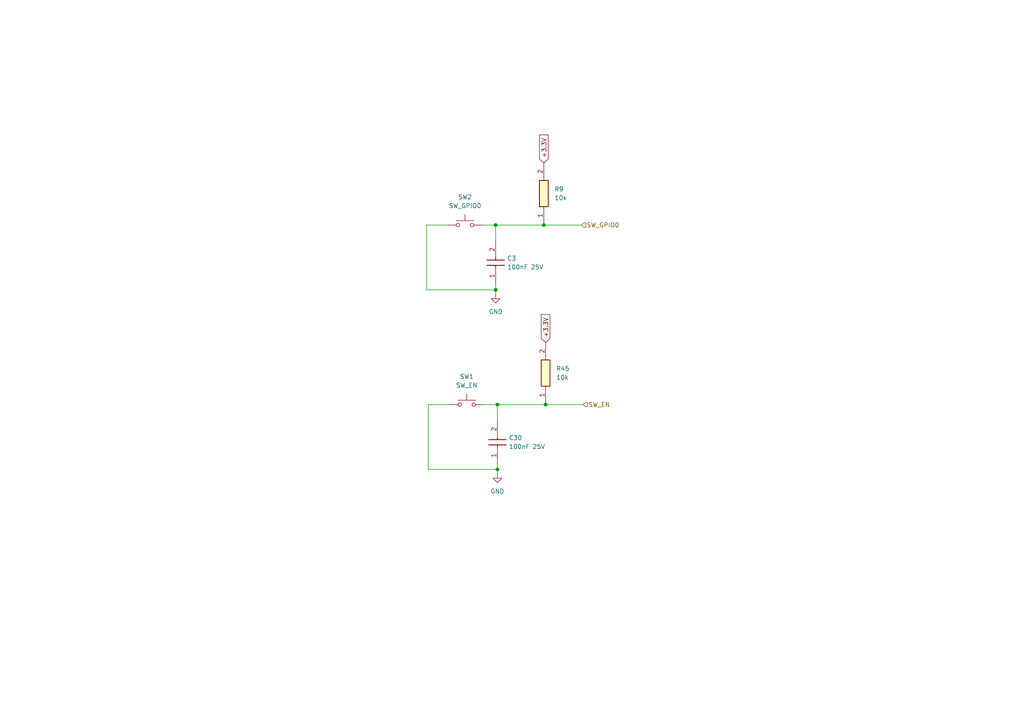
<source format=kicad_sch>
(kicad_sch (version 20231120) (generator "eeschema") (generator_version "8.0")
  (paper "A4")
  (lib_symbols
    (symbol "SamacSys_Parts:ERJ-UP6D5101V" (pin_names hide)
      (property "Reference" "R" (at 13.97 6.35 0))
      (property "Value" "ERJ-UP6D5101V" (at 13.97 3.81 0))
      (symbol "ERJ-UP6D5101V_1_1"
        (rectangle (start 5.08 1.27) (end 12.7 -1.27) (stroke (width 0.254)) (fill (type background)))
        (pin passive line (at 0 0 0) (length 5.08) (name "1") (number "1"))
        (pin passive line (at 17.78 0 180) (length 5.08) (name "2") (number "2"))
      )
    )
    (symbol "SamacSys_Parts:GRM033R71E101KA01J" (pin_names hide)
      (property "Reference" "C" (at 8.89 6.35 0))
      (property "Value" "GRM033R71E101KA01J" (at 8.89 3.81 0))
      (symbol "GRM033R71E101KA01J_1_1"
        (polyline (pts (xy 5.08 0) (xy 5.588 0)) (stroke (width 0.254)))
        (polyline (pts (xy 5.588 2.54) (xy 5.588 -2.54)) (stroke (width 0.254)))
        (polyline (pts (xy 7.112 0) (xy 7.62 0)) (stroke (width 0.254)))
        (polyline (pts (xy 7.112 2.54) (xy 7.112 -2.54)) (stroke (width 0.254)))
        (pin passive line (at 0 0 0) (length 5.08) (name "1") (number "1"))
        (pin passive line (at 12.7 0 180) (length 5.08) (name "2") (number "2"))
      )
    )
    (symbol "Switch:SW_Push" (pin_numbers hide) (pin_names (offset 1.016) hide)
      (property "Reference" "SW" (at 1.27 2.54 0))
      (property "Value" "SW_Push" (at 0 -1.524 0))
      (symbol "SW_Push_0_1"
        (circle (center -2.032 0) (radius 0.508))
        (polyline (pts (xy 0 1.27) (xy 0 3.048)))
        (polyline (pts (xy 2.54 1.27) (xy -2.54 1.27)))
        (circle (center 2.032 0) (radius 0.508))
        (pin passive line (at -5.08 0 0) (length 2.54) (name "1") (number "1"))
        (pin passive line (at 5.08 0 180) (length 2.54) (name "2") (number "2"))
      )
    )
    (symbol "power:GND" (power) (pin_numbers hide) (pin_names (offset 0) hide)
      (property "Value" "GND" (at 0 -3.81 0))
      (symbol "GND_0_1"
        (polyline (pts (xy 0 0) (xy 0 -1.27) (xy 1.27 -1.27) (xy 0 -2.54) (xy -1.27 -1.27) (xy 0 -1.27)))
      )
      (symbol "GND_1_1"
        (pin power_in line (at 0 0 270) (length 0) (name "~") (number "1"))
      )
    )
  )
  (junction (at 144.272 136.144))
  (junction (at 157.734 65.278))
  (junction (at 143.764 84.074))
  (junction (at 158.242 117.348))
  (junction (at 144.272 117.348))
  (junction (at 143.764 65.278))
  (wire (pts (xy 158.242 117.094) (xy 158.242 117.348)))
  (wire (pts (xy 143.764 85.344) (xy 143.764 84.074)))
  (wire (pts (xy 144.272 121.92) (xy 144.272 117.348)))
  (wire (pts (xy 130.302 117.348) (xy 124.206 117.348)))
  (wire (pts (xy 168.656 65.278) (xy 157.734 65.278)))
  (wire (pts (xy 157.734 65.278) (xy 143.764 65.278)))
  (wire (pts (xy 123.698 65.278) (xy 123.698 84.074)))
  (wire (pts (xy 144.272 117.348) (xy 140.462 117.348)))
  (wire (pts (xy 144.272 137.414) (xy 144.272 136.144)))
  (wire (pts (xy 158.242 117.348) (xy 144.272 117.348)))
  (wire (pts (xy 143.764 84.074) (xy 143.764 82.55)))
  (wire (pts (xy 129.794 65.278) (xy 123.698 65.278)))
  (wire (pts (xy 123.698 84.074) (xy 143.764 84.074)))
  (wire (pts (xy 157.734 65.024) (xy 157.734 65.278)))
  (wire (pts (xy 144.272 136.144) (xy 144.272 134.62)))
  (wire (pts (xy 124.206 117.348) (xy 124.206 136.144)))
  (wire (pts (xy 169.164 117.348) (xy 158.242 117.348)))
  (wire (pts (xy 143.764 65.278) (xy 139.954 65.278)))
  (wire (pts (xy 124.206 136.144) (xy 144.272 136.144)))
  (wire (pts (xy 143.764 69.85) (xy 143.764 65.278)))
  (global_label "+3.3V" (shape input) (at 158.242 99.314 90) (property "Intersheetrefs" "${INTERSHEET_REFS}" (effects (hide yes))))
  (global_label "+3.3V" (shape input) (at 157.734 47.244 90) (property "Intersheetrefs" "${INTERSHEET_REFS}" (effects (hide yes))))
  (hierarchical_label "SW_EN" (shape input) (at 169.164 117.348 0))
  (hierarchical_label "SW_GPIO0" (shape input) (at 168.656 65.278 0))
  (symbol (lib_id "SamacSys_Parts:ERJ-UP6D5101V") (at 158.242 117.094 90) (unit 1)
    (property "Reference" "R45" (at 161.29 106.9339 90) (effects (justify right)))
    (property "Value" "10k" (at 161.29 109.4739 90) (effects (justify right)))
    (property "Footprint" "Resistor_SMD:R_0805_2012Metric_Pad1.20x1.40mm_HandSolder" (effects (hide yes)))
    (property "Datasheet" "https://industrial.panasonic.com/cdbs/www-data/pdf/RDP0000/AOA0000C337.pdf" (effects (hide yes)))
    (property "Description" "Anti-Sulfurated Thick Film Chip Resistors/ Anti-Surge Type, Power Rating (W): 0.5, Chip Size (LxW(EIA)) (mm): 2.0 x 1.25 (EIA:0805), Resistance Values (?): 5100, Resistance Tolerance (%): 0.5, T.C.R (?102/K): ?100" (effects (hide yes)))
    (property "Height" "0.7" (effects (hide yes)))
    (property "Mouser Part Number" "667-ERJ-UP6D5101V" (effects (hide yes)))
    (property "Mouser Price/Stock" "https://www.mouser.co.uk/ProductDetail/Panasonic/ERJ-UP6D5101V?qs=ZcfC38r4Pouz7%2FLHthUDHQ%3D%3D" (effects (hide yes)))
    (property "Manufacturer_Name" "Panasonic" (effects (hide yes)))
    (property "Manufacturer_Part_Number" "ERJ-UP6D5101V" (effects (hide yes)))
  )
  (symbol (lib_id "SamacSys_Parts:GRM033R71E101KA01J") (at 144.272 134.62 90) (unit 1)
    (property "Reference" "C30" (at 147.574 126.9999 90) (effects (justify right)))
    (property "Value" "100nF 25V" (at 147.574 129.5399 90) (effects (justify right)))
    (property "Footprint" "Capacitor_SMD:C_0805_2012Metric_Pad1.18x1.45mm_HandSolder" (effects (hide yes)))
    (property "Datasheet" "https://search.murata.co.jp/Ceramy/image/img/A01X/G101/ENG/GRM033R71E101KA01-01A.pdf" (effects (hide yes)))
    (property "Description" "Multilayer Ceramic Capacitors MLCC - SMD/SMT 100pF 25 volts 10%" (effects (hide yes)))
    (property "Height" "0.5" (effects (hide yes)))
    (property "Mouser Part Number" "81-GRM033R71E101KA1J" (effects (hide yes)))
    (property "Mouser Price/Stock" "https://www.mouser.co.uk/ProductDetail/Murata-Electronics/GRM033R71E101KA01J?qs=563MOeNa05Lmru4oTW10Jw%3D%3D" (effects (hide yes)))
    (property "Manufacturer_Name" "Murata Electronics" (effects (hide yes)))
    (property "Manufacturer_Part_Number" "GRM033R71E101KA01J" (effects (hide yes)))
  )
  (symbol (lib_id "power:GND") (at 144.272 137.414 0) (unit 1)
    (property "Reference" "#PWR070" (effects (hide yes)))
    (property "Value" "GND" (at 144.272 142.494 0))
    (property "Description" "Power symbol creates a global label with name \"GND\" , ground" (effects (hide yes)))
  )
  (symbol (lib_id "SamacSys_Parts:GRM033R71E101KA01J") (at 143.764 82.55 90) (unit 1)
    (property "Reference" "C3" (at 147.066 74.9299 90) (effects (justify right)))
    (property "Value" "100nF 25V" (at 147.066 77.4699 90) (effects (justify right)))
    (property "Footprint" "Capacitor_SMD:C_0805_2012Metric_Pad1.18x1.45mm_HandSolder" (effects (hide yes)))
    (property "Datasheet" "https://search.murata.co.jp/Ceramy/image/img/A01X/G101/ENG/GRM033R71E101KA01-01A.pdf" (effects (hide yes)))
    (property "Description" "Multilayer Ceramic Capacitors MLCC - SMD/SMT 100pF 25 volts 10%" (effects (hide yes)))
    (property "Height" "0.5" (effects (hide yes)))
    (property "Mouser Part Number" "81-GRM033R71E101KA1J" (effects (hide yes)))
    (property "Mouser Price/Stock" "https://www.mouser.co.uk/ProductDetail/Murata-Electronics/GRM033R71E101KA01J?qs=563MOeNa05Lmru4oTW10Jw%3D%3D" (effects (hide yes)))
    (property "Manufacturer_Name" "Murata Electronics" (effects (hide yes)))
    (property "Manufacturer_Part_Number" "GRM033R71E101KA01J" (effects (hide yes)))
  )
  (symbol (lib_id "Switch:SW_Push") (at 135.382 117.348 0) (unit 1)
    (property "Reference" "SW1" (at 135.382 109.22 0))
    (property "Value" "SW_EN" (at 135.382 111.76 0))
    (property "Footprint" "B3U1000PM" (effects (hide yes)))
    (property "Description" "Push button switch, generic, two pins" (effects (hide yes)))
  )
  (symbol (lib_id "SamacSys_Parts:ERJ-UP6D5101V") (at 157.734 65.024 90) (unit 1)
    (property "Reference" "R9" (at 160.782 54.8639 90) (effects (justify right)))
    (property "Value" "10k" (at 160.782 57.4039 90) (effects (justify right)))
    (property "Footprint" "Resistor_SMD:R_0805_2012Metric_Pad1.20x1.40mm_HandSolder" (effects (hide yes)))
    (property "Datasheet" "https://industrial.panasonic.com/cdbs/www-data/pdf/RDP0000/AOA0000C337.pdf" (effects (hide yes)))
    (property "Description" "Anti-Sulfurated Thick Film Chip Resistors/ Anti-Surge Type, Power Rating (W): 0.5, Chip Size (LxW(EIA)) (mm): 2.0 x 1.25 (EIA:0805), Resistance Values (?): 5100, Resistance Tolerance (%): 0.5, T.C.R (?102/K): ?100" (effects (hide yes)))
    (property "Height" "0.7" (effects (hide yes)))
    (property "Mouser Part Number" "667-ERJ-UP6D5101V" (effects (hide yes)))
    (property "Mouser Price/Stock" "https://www.mouser.co.uk/ProductDetail/Panasonic/ERJ-UP6D5101V?qs=ZcfC38r4Pouz7%2FLHthUDHQ%3D%3D" (effects (hide yes)))
    (property "Manufacturer_Name" "Panasonic" (effects (hide yes)))
    (property "Manufacturer_Part_Number" "ERJ-UP6D5101V" (effects (hide yes)))
  )
  (symbol (lib_id "Switch:SW_Push") (at 134.874 65.278 0) (unit 1)
    (property "Reference" "SW2" (at 134.874 57.15 0))
    (property "Value" "SW_GPIO0" (at 134.874 59.69 0))
    (property "Footprint" "B3U1000PM" (effects (hide yes)))
    (property "Description" "Push button switch, generic, two pins" (effects (hide yes)))
  )
  (symbol (lib_id "power:GND") (at 143.764 85.344 0) (unit 1)
    (property "Reference" "#PWR069" (effects (hide yes)))
    (property "Value" "GND" (at 143.764 90.424 0))
    (property "Description" "Power symbol creates a global label with name \"GND\" , ground" (effects (hide yes)))
  )
)
</source>
